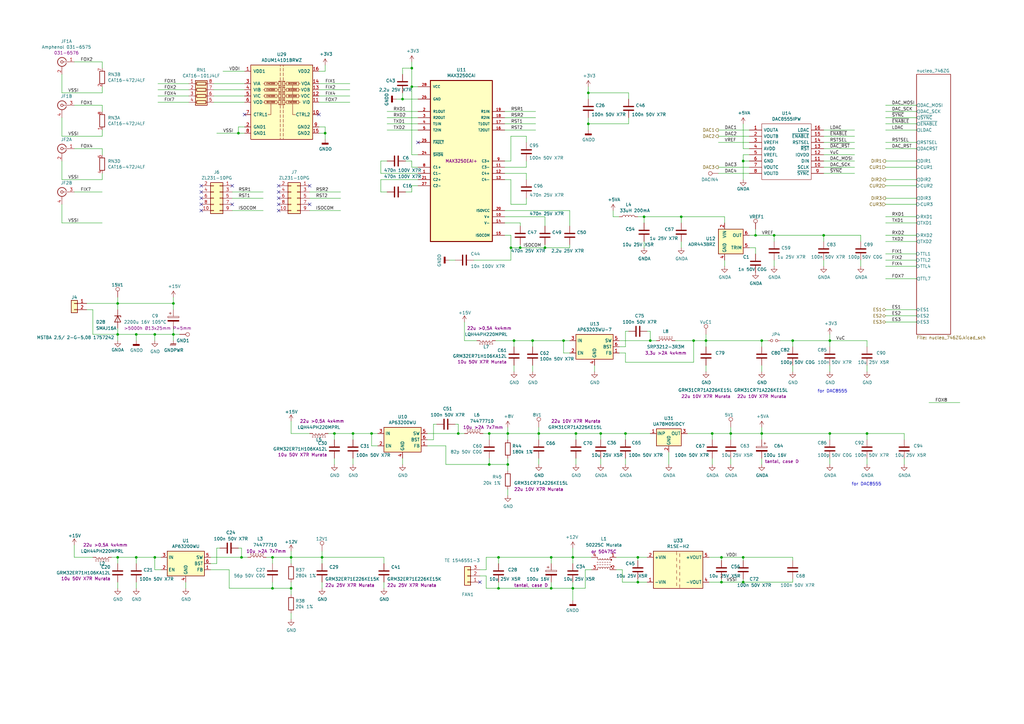
<source format=kicad_sch>
(kicad_sch (version 20230121) (generator eeschema)
  (paper "A3")
  (title_block (title "Compensation coils driver") (date "2022-03-22") (rev "2.0") (company "UMK (NCU) Toruń") (comment 1 "KL FAMO") (comment 2 "design by: mgr inż. Adam Ledziński") (comment 4 "PL: Zasilacz cewek kompensacyjnych (3x3A)"))
  (junction (at 312.42 139.7))
  (junction (at 295.91 238.76))
  (junction (at 152.4 177.8))
  (junction (at 48.26 228.6))
  (junction (at 168.91 35.56))
  (junction (at 200.66 177.8))
  (junction (at 111.76 228.6))
  (junction (at 133.35 54.61))
  (junction (at 48.26 137.16))
  (junction (at 295.91 228.6))
  (junction (at 226.06 228.6))
  (junction (at 48.26 124.46))
  (junction (at 209.55 101.6))
  (junction (at 355.6 177.8))
  (junction (at 292.1 177.8))
  (junction (at 223.52 101.6))
  (junction (at 208.28 177.8))
  (junction (at 304.8 238.76))
  (junction (at 187.96 177.8))
  (junction (at 63.5 228.6))
  (junction (at 220.98 177.8))
  (junction (at 266.7 139.7))
  (junction (at 234.95 228.6))
  (junction (at 99.06 228.6))
  (junction (at 284.48 139.7))
  (junction (at 231.14 139.7))
  (junction (at 241.3 50.8))
  (junction (at 71.12 137.16))
  (junction (at 234.95 241.3))
  (junction (at 325.12 139.7))
  (junction (at 289.56 139.7))
  (junction (at 55.88 228.6))
  (junction (at 97.79 54.61))
  (junction (at 279.4 88.9))
  (junction (at 304.8 228.6))
  (junction (at 226.06 241.3))
  (junction (at 312.42 177.8))
  (junction (at 236.22 177.8))
  (junction (at 71.12 124.46))
  (junction (at 204.47 228.6))
  (junction (at 337.82 96.52))
  (junction (at 119.38 241.3))
  (junction (at 210.82 139.7))
  (junction (at 261.62 228.6))
  (junction (at 204.47 241.3))
  (junction (at 63.5 137.16))
  (junction (at 340.36 139.7))
  (junction (at 241.3 38.1))
  (junction (at 299.72 177.8))
  (junction (at 213.36 101.6))
  (junction (at 246.38 177.8))
  (junction (at 119.38 228.6))
  (junction (at 218.44 139.7))
  (junction (at 144.78 177.8))
  (junction (at 340.36 177.8))
  (junction (at 264.16 88.9))
  (junction (at 256.54 177.8))
  (junction (at 304.8 66.04))
  (junction (at 309.88 96.52))
  (junction (at 111.76 241.3))
  (junction (at 55.88 137.16))
  (junction (at 168.91 27.94))
  (junction (at 165.1 40.64))
  (junction (at 137.16 177.8))
  (junction (at 261.62 238.76))
  (junction (at 200.66 190.5))
  (junction (at 317.5 96.52))
  (junction (at 208.28 190.5))
  (junction (at 132.08 228.6))
  (no_connect (at 95.25 83.82))
  (no_connect (at 82.55 76.2))
  (no_connect (at 114.3 78.74))
  (no_connect (at 82.55 78.74))
  (no_connect (at 127 76.2))
  (no_connect (at 82.55 81.28))
  (no_connect (at 100.33 46.99))
  (no_connect (at 114.3 83.82))
  (no_connect (at 95.25 76.2))
  (no_connect (at 127 83.82))
  (no_connect (at 114.3 86.36))
  (no_connect (at 82.55 86.36))
  (no_connect (at 114.3 76.2))
  (no_connect (at 196.85 238.76))
  (no_connect (at 130.81 46.99))
  (no_connect (at 171.45 58.42))
  (no_connect (at 82.55 83.82))
  (no_connect (at 114.3 81.28))
  (wire (pts (xy 299.72 190.5) (xy 299.72 187.96)))
  (wire (pts (xy 337.82 71.12) (xy 350.52 71.12)))
  (wire (pts (xy 71.12 137.16) (xy 71.12 139.7)))
  (wire (pts (xy 218.44 152.4) (xy 218.44 149.86)))
  (wire (pts (xy 325.12 238.76) (xy 325.12 237.49)))
  (wire (pts (xy 152.4 177.8) (xy 154.94 177.8)))
  (wire (pts (xy 41.91 45.72) (xy 41.91 43.18)))
  (wire (pts (xy 255.27 233.68) (xy 255.27 238.76)))
  (wire (pts (xy 204.47 231.14) (xy 204.47 228.6)))
  (wire (pts (xy 370.84 190.5) (xy 370.84 187.96)))
  (wire (pts (xy 266.7 135.89) (xy 266.7 139.7)))
  (wire (pts (xy 375.92 114.3) (xy 363.22 114.3)))
  (wire (pts (xy 220.98 177.8) (xy 236.22 177.8)))
  (wire (pts (xy 171.45 50.8) (xy 158.75 50.8)))
  (wire (pts (xy 218.44 142.24) (xy 218.44 139.7)))
  (wire (pts (xy 95.25 86.36) (xy 107.95 86.36)))
  (wire (pts (xy 220.98 175.26) (xy 220.98 177.8)))
  (wire (pts (xy 363.22 50.8) (xy 375.92 50.8)))
  (wire (pts (xy 304.8 228.6) (xy 325.12 228.6)))
  (wire (pts (xy 48.26 241.3) (xy 48.26 238.76)))
  (wire (pts (xy 71.12 127) (xy 71.12 124.46)))
  (wire (pts (xy 375.92 99.06) (xy 363.22 99.06)))
  (wire (pts (xy 48.26 137.16) (xy 38.1 137.16)))
  (wire (pts (xy 119.38 241.3) (xy 111.76 241.3)))
  (wire (pts (xy 274.32 190.5) (xy 274.32 185.42)))
  (wire (pts (xy 295.91 238.76) (xy 304.8 238.76)))
  (wire (pts (xy 337.82 60.96) (xy 350.52 60.96)))
  (wire (pts (xy 25.4 91.44) (xy 41.91 91.44)))
  (wire (pts (xy 88.9 224.79) (xy 88.9 231.14)))
  (wire (pts (xy 257.81 38.1) (xy 257.81 40.64)))
  (wire (pts (xy 320.04 139.7) (xy 325.12 139.7)))
  (wire (pts (xy 337.82 99.06) (xy 337.82 96.52)))
  (wire (pts (xy 63.5 137.16) (xy 71.12 137.16)))
  (wire (pts (xy 168.91 25.4) (xy 168.91 27.94)))
  (wire (pts (xy 375.92 91.44) (xy 363.22 91.44)))
  (wire (pts (xy 254 139.7) (xy 266.7 139.7)))
  (wire (pts (xy 256.54 177.8) (xy 266.7 177.8)))
  (wire (pts (xy 234.95 228.6) (xy 234.95 231.14)))
  (wire (pts (xy 209.55 55.88) (xy 215.9 55.88)))
  (wire (pts (xy 48.26 137.16) (xy 48.26 139.7)))
  (wire (pts (xy 168.91 76.2) (xy 171.45 76.2)))
  (wire (pts (xy 234.95 241.3) (xy 240.03 241.3)))
  (wire (pts (xy 209.55 83.82) (xy 215.9 83.82)))
  (wire (pts (xy 168.91 27.94) (xy 165.1 27.94)))
  (wire (pts (xy 171.45 35.56) (xy 168.91 35.56)))
  (wire (pts (xy 132.08 228.6) (xy 157.48 228.6)))
  (wire (pts (xy 25.4 55.88) (xy 41.91 55.88)))
  (wire (pts (xy 370.84 177.8) (xy 370.84 180.34)))
  (wire (pts (xy 264.16 88.9) (xy 264.16 91.44)))
  (wire (pts (xy 134.62 177.8) (xy 137.16 177.8)))
  (wire (pts (xy 71.12 137.16) (xy 71.12 134.62)))
  (wire (pts (xy 236.22 177.8) (xy 236.22 180.34)))
  (wire (pts (xy 209.55 66.04) (xy 209.55 55.88)))
  (wire (pts (xy 304.8 60.96) (xy 304.8 50.8)))
  (wire (pts (xy 241.3 50.8) (xy 241.3 48.26)))
  (wire (pts (xy 264.16 88.9) (xy 279.4 88.9)))
  (wire (pts (xy 210.82 139.7) (xy 218.44 139.7)))
  (wire (pts (xy 355.6 177.8) (xy 370.84 177.8)))
  (wire (pts (xy 86.36 228.6) (xy 99.06 228.6)))
  (wire (pts (xy 48.26 121.92) (xy 48.26 124.46)))
  (wire (pts (xy 130.81 54.61) (xy 133.35 54.61)))
  (wire (pts (xy 199.39 241.3) (xy 204.47 241.3)))
  (wire (pts (xy 393.7 165.1) (xy 381 165.1)))
  (wire (pts (xy 312.42 139.7) (xy 289.56 139.7)))
  (wire (pts (xy 144.78 180.34) (xy 144.78 177.8)))
  (wire (pts (xy 143.51 36.83) (xy 130.81 36.83)))
  (wire (pts (xy 87.63 34.29) (xy 100.33 34.29)))
  (wire (pts (xy 363.22 60.96) (xy 375.92 60.96)))
  (wire (pts (xy 168.91 68.58) (xy 171.45 68.58)))
  (wire (pts (xy 179.07 173.99) (xy 177.8 173.99)))
  (wire (pts (xy 363.22 132.08) (xy 375.92 132.08)))
  (wire (pts (xy 325.12 228.6) (xy 325.12 229.87)))
  (wire (pts (xy 171.45 73.66) (xy 156.21 73.66)))
  (wire (pts (xy 187.96 173.99) (xy 187.96 177.8)))
  (wire (pts (xy 107.95 78.74) (xy 95.25 78.74)))
  (wire (pts (xy 207.01 68.58) (xy 215.9 68.58)))
  (wire (pts (xy 257.81 135.89) (xy 256.54 135.89)))
  (wire (pts (xy 184.15 106.68) (xy 186.69 106.68)))
  (wire (pts (xy 317.5 109.22) (xy 317.5 106.68)))
  (wire (pts (xy 256.54 144.78) (xy 254 144.78)))
  (wire (pts (xy 200.66 180.34) (xy 200.66 177.8)))
  (wire (pts (xy 215.9 55.88) (xy 215.9 58.42)))
  (wire (pts (xy 355.6 152.4) (xy 355.6 149.86)))
  (wire (pts (xy 143.51 41.91) (xy 130.81 41.91)))
  (wire (pts (xy 127 86.36) (xy 139.7 86.36)))
  (wire (pts (xy 166.37 78.74) (xy 168.91 78.74)))
  (wire (pts (xy 48.26 137.16) (xy 48.26 134.62)))
  (wire (pts (xy 109.22 228.6) (xy 111.76 228.6)))
  (wire (pts (xy 204.47 241.3) (xy 204.47 238.76)))
  (wire (pts (xy 363.22 68.58) (xy 375.92 68.58)))
  (wire (pts (xy 325.12 152.4) (xy 325.12 149.86)))
  (wire (pts (xy 77.47 39.37) (xy 64.77 39.37)))
  (wire (pts (xy 375.92 66.04) (xy 363.22 66.04)))
  (wire (pts (xy 156.21 78.74) (xy 158.75 78.74)))
  (wire (pts (xy 63.5 228.6) (xy 66.04 228.6)))
  (wire (pts (xy 77.47 34.29) (xy 64.77 34.29)))
  (wire (pts (xy 199.39 236.22) (xy 196.85 236.22)))
  (wire (pts (xy 337.82 58.42) (xy 350.52 58.42)))
  (wire (pts (xy 213.36 92.71) (xy 213.36 91.44)))
  (wire (pts (xy 200.66 177.8) (xy 208.28 177.8)))
  (wire (pts (xy 312.42 177.8) (xy 299.72 177.8)))
  (wire (pts (xy 111.76 241.3) (xy 111.76 238.76)))
  (wire (pts (xy 207.01 88.9) (xy 223.52 88.9)))
  (wire (pts (xy 289.56 149.86) (xy 289.56 152.4)))
  (wire (pts (xy 157.48 241.3) (xy 157.48 238.76)))
  (wire (pts (xy 233.68 144.78) (xy 231.14 144.78)))
  (wire (pts (xy 41.91 38.1) (xy 41.91 35.56)))
  (wire (pts (xy 241.3 50.8) (xy 257.81 50.8)))
  (wire (pts (xy 45.72 228.6) (xy 48.26 228.6)))
  (wire (pts (xy 309.88 96.52) (xy 317.5 96.52)))
  (wire (pts (xy 289.56 137.16) (xy 289.56 139.7)))
  (wire (pts (xy 208.28 175.26) (xy 208.28 177.8)))
  (wire (pts (xy 209.55 101.6) (xy 213.36 101.6)))
  (wire (pts (xy 30.48 228.6) (xy 38.1 228.6)))
  (wire (pts (xy 218.44 139.7) (xy 231.14 139.7)))
  (wire (pts (xy 337.82 53.34) (xy 350.52 53.34)))
  (wire (pts (xy 353.06 96.52) (xy 337.82 96.52)))
  (wire (pts (xy 240.03 233.68) (xy 242.57 233.68)))
  (wire (pts (xy 209.55 73.66) (xy 209.55 83.82)))
  (wire (pts (xy 279.4 91.44) (xy 279.4 88.9)))
  (wire (pts (xy 41.91 25.4) (xy 30.48 25.4)))
  (wire (pts (xy 290.83 238.76) (xy 295.91 238.76)))
  (wire (pts (xy 337.82 55.88) (xy 350.52 55.88)))
  (wire (pts (xy 48.26 137.16) (xy 55.88 137.16)))
  (wire (pts (xy 294.64 53.34) (xy 307.34 53.34)))
  (wire (pts (xy 166.37 66.04) (xy 168.91 66.04)))
  (wire (pts (xy 87.63 41.91) (xy 100.33 41.91)))
  (wire (pts (xy 198.12 177.8) (xy 200.66 177.8)))
  (wire (pts (xy 294.64 55.88) (xy 307.34 55.88)))
  (wire (pts (xy 208.28 180.34) (xy 208.28 177.8)))
  (wire (pts (xy 171.45 45.72) (xy 158.75 45.72)))
  (wire (pts (xy 119.38 254) (xy 119.38 251.46)))
  (wire (pts (xy 107.95 81.28) (xy 95.25 81.28)))
  (wire (pts (xy 299.72 180.34) (xy 299.72 177.8)))
  (wire (pts (xy 307.34 96.52) (xy 309.88 96.52)))
  (wire (pts (xy 307.34 60.96) (xy 304.8 60.96)))
  (wire (pts (xy 175.26 177.8) (xy 187.96 177.8)))
  (wire (pts (xy 375.92 104.14) (xy 363.22 104.14)))
  (wire (pts (xy 93.98 233.68) (xy 86.36 233.68)))
  (wire (pts (xy 208.28 203.2) (xy 208.28 200.66)))
  (wire (pts (xy 292.1 177.8) (xy 281.94 177.8)))
  (wire (pts (xy 294.64 71.12) (xy 307.34 71.12)))
  (wire (pts (xy 87.63 36.83) (xy 100.33 36.83)))
  (wire (pts (xy 363.22 53.34) (xy 375.92 53.34)))
  (wire (pts (xy 289.56 139.7) (xy 289.56 142.24)))
  (wire (pts (xy 207.01 96.52) (xy 209.55 96.52)))
  (wire (pts (xy 215.9 83.82) (xy 215.9 81.28)))
  (wire (pts (xy 165.1 190.5) (xy 165.1 187.96)))
  (wire (pts (xy 304.8 229.87) (xy 304.8 228.6)))
  (wire (pts (xy 234.95 224.79) (xy 234.95 228.6)))
  (wire (pts (xy 156.21 73.66) (xy 156.21 78.74)))
  (wire (pts (xy 213.36 101.6) (xy 223.52 101.6)))
  (wire (pts (xy 234.95 228.6) (xy 226.06 228.6)))
  (wire (pts (xy 41.91 73.66) (xy 41.91 71.12)))
  (wire (pts (xy 375.92 81.28) (xy 363.22 81.28)))
  (wire (pts (xy 99.06 224.79) (xy 99.06 228.6)))
  (wire (pts (xy 292.1 190.5) (xy 292.1 187.96)))
  (wire (pts (xy 215.9 71.12) (xy 207.01 71.12)))
  (wire (pts (xy 234.95 241.3) (xy 234.95 246.38)))
  (wire (pts (xy 55.88 139.7) (xy 55.88 137.16)))
  (wire (pts (xy 171.45 71.12) (xy 156.21 71.12)))
  (wire (pts (xy 243.84 152.4) (xy 243.84 149.86)))
  (wire (pts (xy 284.48 148.59) (xy 284.48 139.7)))
  (wire (pts (xy 261.62 237.49) (xy 261.62 238.76)))
  (wire (pts (xy 265.43 228.6) (xy 261.62 228.6)))
  (wire (pts (xy 88.9 54.61) (xy 97.79 54.61)))
  (wire (pts (xy 337.82 96.52) (xy 317.5 96.52)))
  (wire (pts (xy 177.8 173.99) (xy 177.8 180.34)))
  (wire (pts (xy 210.82 142.24) (xy 210.82 139.7)))
  (wire (pts (xy 139.7 78.74) (xy 127 78.74)))
  (wire (pts (xy 71.12 124.46) (xy 48.26 124.46)))
  (wire (pts (xy 63.5 139.7) (xy 63.5 137.16)))
  (wire (pts (xy 363.22 127) (xy 375.92 127)))
  (wire (pts (xy 309.88 93.98) (xy 309.88 96.52)))
  (wire (pts (xy 220.98 187.96) (xy 220.98 190.5)))
  (wire (pts (xy 304.8 237.49) (xy 304.8 238.76)))
  (wire (pts (xy 337.82 66.04) (xy 350.52 66.04)))
  (wire (pts (xy 190.5 139.7) (xy 190.5 132.08)))
  (wire (pts (xy 97.79 54.61) (xy 100.33 54.61)))
  (wire (pts (xy 266.7 135.89) (xy 265.43 135.89)))
  (wire (pts (xy 257.81 50.8) (xy 257.81 48.26)))
  (wire (pts (xy 304.8 66.04) (xy 307.34 66.04)))
  (wire (pts (xy 231.14 144.78) (xy 231.14 139.7)))
  (wire (pts (xy 171.45 40.64) (xy 165.1 40.64)))
  (wire (pts (xy 219.71 48.26) (xy 207.01 48.26)))
  (wire (pts (xy 133.35 52.07) (xy 133.35 54.61)))
  (wire (pts (xy 55.88 241.3) (xy 55.88 238.76)))
  (wire (pts (xy 132.08 238.76) (xy 132.08 241.3)))
  (wire (pts (xy 340.36 177.8) (xy 355.6 177.8)))
  (wire (pts (xy 240.03 241.3) (xy 240.03 233.68)))
  (wire (pts (xy 130.81 29.21) (xy 133.35 29.21)))
  (wire (pts (xy 241.3 53.34) (xy 241.3 50.8)))
  (wire (pts (xy 152.4 182.88) (xy 152.4 177.8)))
  (wire (pts (xy 213.36 91.44) (xy 207.01 91.44)))
  (wire (pts (xy 337.82 109.22) (xy 337.82 106.68)))
  (wire (pts (xy 208.28 193.04) (xy 208.28 190.5)))
  (wire (pts (xy 295.91 229.87) (xy 295.91 228.6)))
  (wire (pts (xy 194.31 106.68) (xy 209.55 106.68)))
  (wire (pts (xy 209.55 96.52) (xy 209.55 101.6)))
  (wire (pts (xy 246.38 190.5) (xy 246.38 187.96)))
  (wire (pts (xy 220.98 177.8) (xy 220.98 180.34)))
  (wire (pts (xy 77.47 41.91) (xy 64.77 41.91)))
  (wire (pts (xy 261.62 228.6) (xy 261.62 229.87)))
  (wire (pts (xy 168.91 35.56) (xy 168.91 27.94)))
  (wire (pts (xy 304.8 63.5) (xy 304.8 66.04)))
  (wire (pts (xy 200.66 190.5) (xy 200.66 187.96)))
  (wire (pts (xy 236.22 190.5) (xy 236.22 187.96)))
  (wire (pts (xy 355.6 142.24) (xy 355.6 139.7)))
  (wire (pts (xy 363.22 58.42) (xy 375.92 58.42)))
  (wire (pts (xy 223.52 101.6) (xy 233.68 101.6)))
  (wire (pts (xy 297.18 109.22) (xy 297.18 106.68)))
  (wire (pts (xy 35.56 124.46) (xy 48.26 124.46)))
  (wire (pts (xy 279.4 101.6) (xy 279.4 99.06)))
  (wire (pts (xy 256.54 135.89) (xy 256.54 142.24)))
  (wire (pts (xy 190.5 177.8) (xy 187.96 177.8)))
  (wire (pts (xy 246.38 177.8) (xy 256.54 177.8)))
  (wire (pts (xy 355.6 177.8) (xy 355.6 180.34)))
  (wire (pts (xy 165.1 40.64) (xy 165.1 38.1)))
  (wire (pts (xy 325.12 142.24) (xy 325.12 139.7)))
  (wire (pts (xy 48.26 127) (xy 48.26 124.46)))
  (wire (pts (xy 297.18 88.9) (xy 297.18 91.44)))
  (wire (pts (xy 312.42 152.4) (xy 312.42 149.86)))
  (wire (pts (xy 375.92 109.22) (xy 363.22 109.22)))
  (wire (pts (xy 48.26 231.14) (xy 48.26 228.6)))
  (wire (pts (xy 63.5 233.68) (xy 63.5 228.6)))
  (wire (pts (xy 199.39 233.68) (xy 199.39 228.6)))
  (wire (pts (xy 264.16 101.6) (xy 264.16 99.06)))
  (wire (pts (xy 215.9 68.58) (xy 215.9 66.04)))
  (wire (pts (xy 55.88 137.16) (xy 63.5 137.16)))
  (wire (pts (xy 119.38 177.8) (xy 127 177.8)))
  (wire (pts (xy 256.54 142.24) (xy 254 142.24)))
  (wire (pts (xy 295.91 228.6) (xy 304.8 228.6)))
  (wire (pts (xy 209.55 106.68) (xy 209.55 101.6)))
  (wire (pts (xy 171.45 48.26) (xy 158.75 48.26)))
  (wire (pts (xy 144.78 177.8) (xy 152.4 177.8)))
  (wire (pts (xy 226.06 231.14) (xy 226.06 228.6)))
  (wire (pts (xy 133.35 54.61) (xy 133.35 57.15)))
  (wire (pts (xy 203.2 139.7) (xy 210.82 139.7)))
  (wire (pts (xy 208.28 190.5) (xy 208.28 187.96)))
  (wire (pts (xy 171.45 63.5) (xy 168.91 63.5)))
  (wire (pts (xy 207.01 66.04) (xy 209.55 66.04)))
  (wire (pts (xy 48.26 228.6) (xy 55.88 228.6)))
  (wire (pts (xy 219.71 53.34) (xy 207.01 53.34)))
  (wire (pts (xy 55.88 228.6) (xy 63.5 228.6)))
  (wire (pts (xy 90.17 224.79) (xy 88.9 224.79)))
  (wire (pts (xy 312.42 139.7) (xy 312.42 142.24)))
  (wire (pts (xy 269.24 139.7) (xy 266.7 139.7)))
  (wire (pts (xy 93.98 241.3) (xy 93.98 233.68)))
  (wire (pts (xy 99.06 224.79) (xy 97.79 224.79)))
  (wire (pts (xy 119.38 228.6) (xy 132.08 228.6)))
  (wire (pts (xy 133.35 29.21) (xy 133.35 26.67)))
  (wire (pts (xy 233.68 86.36) (xy 233.68 92.71)))
  (wire (pts (xy 210.82 152.4) (xy 210.82 149.86)))
  (wire (pts (xy 363.22 129.54) (xy 375.92 129.54)))
  (wire (pts (xy 226.06 241.3) (xy 226.06 238.76)))
  (wire (pts (xy 312.42 190.5) (xy 312.42 187.96)))
  (wire (pts (xy 41.91 78.74) (xy 30.48 78.74)))
  (wire (pts (xy 215.9 73.66) (xy 215.9 71.12)))
  (wire (pts (xy 207.01 86.36) (xy 233.68 86.36)))
  (wire (pts (xy 304.8 66.04) (xy 304.8 73.66)))
  (wire (pts (xy 363.22 83.82) (xy 375.92 83.82)))
  (wire (pts (xy 55.88 231.14) (xy 55.88 228.6)))
  (wire (pts (xy 340.36 139.7) (xy 355.6 139.7)))
  (wire (pts (xy 38.1 137.16) (xy 38.1 127)))
  (wire (pts (xy 299.72 175.26) (xy 299.72 177.8)))
  (wire (pts (xy 312.42 139.7) (xy 314.96 139.7)))
  (wire (pts (xy 294.64 58.42) (xy 307.34 58.42)))
  (wire (pts (xy 375.92 73.66) (xy 363.22 73.66)))
  (wire (pts (xy 25.4 48.26) (xy 25.4 55.88)))
  (wire (pts (xy 130.81 52.07) (xy 133.35 52.07)))
  (wire (pts (xy 294.64 68.58) (xy 307.34 68.58)))
  (wire (pts (xy 156.21 71.12) (xy 156.21 66.04)))
  (wire (pts (xy 241.3 38.1) (xy 257.81 38.1)))
  (wire (pts (xy 187.96 173.99) (xy 186.69 173.99)))
  (wire (pts (xy 375.92 88.9) (xy 363.22 88.9)))
  (wire (pts (xy 290.83 228.6) (xy 295.91 228.6)))
  (wire (pts (xy 337.82 63.5) (xy 350.52 63.5)))
  (wire (pts (xy 41.91 27.94) (xy 41.91 25.4)))
  (wire (pts (xy 234.95 241.3) (xy 234.95 238.76)))
  (wire (pts (xy 312.42 177.8) (xy 312.42 175.26)))
  (wire (pts (xy 168.91 63.5) (xy 168.91 35.56)))
  (wire (pts (xy 25.4 38.1) (xy 41.91 38.1)))
  (wire (pts (xy 88.9 231.14) (xy 86.36 231.14)))
  (wire (pts (xy 340.36 142.24) (xy 340.36 139.7)))
  (wire (pts (xy 77.47 36.83) (xy 64.77 36.83)))
  (wire (pts (xy 168.91 78.74) (xy 168.91 76.2)))
  (wire (pts (xy 132.08 226.06) (xy 132.08 228.6)))
  (wire (pts (xy 375.92 106.68) (xy 363.22 106.68)))
  (wire (pts (xy 139.7 81.28) (xy 127 81.28)))
  (wire (pts (xy 25.4 83.82) (xy 25.4 91.44)))
  (wire (pts (xy 256.54 144.78) (xy 256.54 148.59)))
  (wire (pts (xy 156.21 66.04) (xy 158.75 66.04)))
  (wire (pts (xy 199.39 228.6) (xy 204.47 228.6)))
  (wire (pts (xy 292.1 180.34) (xy 292.1 177.8)))
  (wire (pts (xy 119.38 243.84) (xy 119.38 241.3)))
  (wire (pts (xy 312.42 180.34) (xy 312.42 177.8)))
  (wire (pts (xy 295.91 237.49) (xy 295.91 238.76)))
  (wire (pts (xy 261.62 238.76) (xy 265.43 238.76)))
  (wire (pts (xy 251.46 88.9) (xy 251.46 86.36)))
  (wire (pts (xy 255.27 238.76) (xy 261.62 238.76)))
  (wire (pts (xy 246.38 177.8) (xy 246.38 180.34)))
  (wire (pts (xy 137.16 177.8) (xy 144.78 177.8)))
  (wire (pts (xy 119.38 177.8) (xy 119.38 172.72)))
  (wire (pts (xy 241.3 38.1) (xy 241.3 40.64)))
  (wire (pts (xy 111.76 241.3) (xy 93.98 241.3)))
  (wire (pts (xy 289.56 139.7) (xy 284.48 139.7)))
  (wire (pts (xy 200.66 190.5) (xy 182.88 190.5)))
  (wire (pts (xy 340.36 152.4) (xy 340.36 149.86)))
  (wire (pts (xy 66.04 233.68) (xy 63.5 233.68)))
  (wire (pts (xy 119.38 226.06) (xy 119.38 228.6)))
  (wire (pts (xy 252.73 228.6) (xy 261.62 228.6)))
  (wire (pts (xy 233.68 101.6) (xy 233.68 100.33)))
  (wire (pts (xy 307.34 63.5) (xy 304.8 63.5)))
  (wire (pts (xy 165.1 40.64) (xy 162.56 40.64)))
  (wire (pts (xy 41.91 55.88) (xy 41.91 53.34)))
  (wire (pts (xy 87.63 39.37) (xy 100.33 39.37)))
  (wire (pts (xy 325.12 139.7) (xy 340.36 139.7)))
  (wire (pts (xy 337.82 68.58) (xy 350.52 68.58)))
  (wire (pts (xy 182.88 182.88) (xy 175.26 182.88)))
  (wire (pts (xy 353.06 99.06) (xy 353.06 96.52)))
  (wire (pts (xy 143.51 39.37) (xy 130.81 39.37)))
  (wire (pts (xy 234.95 228.6) (xy 242.57 228.6)))
  (wire (pts (xy 355.6 190.5) (xy 355.6 187.96)))
  (wire (pts (xy 363.22 45.72) (xy 375.92 45.72)))
  (wire (pts (xy 256.54 190.5) (xy 256.54 187.96)))
  (wire (pts (xy 223.52 88.9) (xy 223.52 92.71)))
  (wire (pts (xy 25.4 73.66) (xy 41.91 73.66)))
  (wire (pts (xy 137.16 190.5) (xy 137.16 187.96)))
  (wire (pts (xy 119.38 231.14) (xy 119.38 228.6)))
  (wire (pts (xy 41.91 43.18) (xy 30.48 43.18)))
  (wire (pts (xy 304.8 238.76) (xy 325.12 238.76)))
  (wire (pts (xy 100.33 52.07) (xy 97.79 52.07)))
  (wire (pts (xy 340.36 190.5) (xy 340.36 187.96)))
  (wire (pts (xy 76.2 241.3) (xy 76.2 238.76)))
  (wire (pts (xy 276.86 139.7) (xy 284.48 139.7)))
  (wire (pts (xy 312.42 177.8) (xy 340.36 177.8)))
  (wire (pts (xy 309.88 101.6) (xy 307.34 101.6)))
  (wire (pts (xy 25.4 66.04) (xy 25.4 73.66)))
  (wire (pts (xy 204.47 241.3) (xy 226.06 241.3)))
  (wire (pts (xy 101.6 228.6) (xy 99.06 228.6)))
  (wire (pts (xy 363.22 43.18) (xy 375.92 43.18)))
  (wire (pts (xy 353.06 109.22) (xy 353.06 106.68)))
  (wire (pts (xy 234.95 241.3) (xy 226.06 241.3)))
  (wire (pts (xy 251.46 88.9) (xy 254 88.9)))
  (wire (pts (xy 199.39 236.22) (xy 199.39 241.3)))
  (wire (pts (xy 204.47 228.6) (xy 226.06 228.6)))
  (wire (pts (xy 157.48 228.6) (xy 157.48 231.14)))
  (wire (pts (xy 256.54 148.59) (xy 284.48 148.59)))
  (wire (pts (xy 375.92 96.52) (xy 363.22 96.52)))
  (wire (pts (xy 261.62 88.9) (xy 264.16 88.9)))
  (wire (pts (xy 144.78 190.5) (xy 144.78 187.96)))
  (wire (pts (xy 231.14 139.7) (xy 233.68 139.7)))
  (wire (pts (xy 241.3 38.1) (xy 241.3 35.56)))
  (wire (pts (xy 25.4 30.48) (xy 25.4 38.1)))
  (wire (pts (xy 73.66 137.16) (xy 71.12 137.16)))
  (wire (pts (xy 223.52 101.6) (xy 223.52 100.33)))
  (wire (pts (xy 41.91 60.96) (xy 30.48 60.96)))
  (wire (pts (xy 340.36 139.7) (xy 340.36 137.16)))
  (wire (pts (xy 111.76 231.14) (xy 111.76 228.6)))
  (wire (pts (xy 38.1 127) (xy 35.56 127)))
  (wire (pts (xy 177.8 180.34) (xy 175.26 180.34)))
  (wire (pts (xy 363.22 76.2) (xy 375.92 76.2)))
  (wire (pts (xy 168.91 66.04) (xy 168.91 68.58)))
  (wire (pts (xy 196.85 233.68) (xy 199.39 233.68)))
  (wire (pts (xy 246.38 177.8) (xy 236.22 177.8)))
  (wire (pts (xy 71.12 124.46) (xy 71.12 121.92)))
  (wire (pts (xy 143.51 34.29) (xy 130.81 34.29)))
  (wire (pts (xy 363.22 48.26) (xy 375.92 48.26)))
  (wire (pts (xy 154.94 182.88) (xy 152.4 182.88)))
  (wire (pts (xy 256.54 177.8) (xy 256.54 180.34)))
  (wire (pts (xy 97.79 52.07) (xy 97.79 54.61)))
  (wire (pts (xy 137.16 180.34) (xy 137.16 177.8)))
  (wire (pts (xy 91.44 29.21) (xy 100.33 29.21)))
  (wire (pts (xy 30.48 228.6) (xy 30.48 223.52)))
  (wire (pts (xy 41.91 63.5) (xy 41.91 60.96)))
  (wire (pts (xy 165.1 27.94) (xy 165.1 30.48)))
  (wire (pts (xy 213.36 101.6) (xy 213.36 100.33)))
  (wire (pts (xy 119.38 241.3) (xy 119.38 238.76)))
  (wire (pts (xy 208.28 177.8) (xy 220.98 177.8)))
  (wire (pts (xy 340.36 177.8) (xy 340.36 180.34)))
  (wire (pts (xy 309.88 104.14) (xy 309.88 101.6)))
  (wire (pts (xy 182.88 190.5) (xy 182.88 182.88)))
  (wire (pts (xy 208.28 190.5) (xy 200.66 190.5)))
  (wire (pts (xy 111.76 228.6) (xy 119.38 228.6)))
  (wire (pts (xy 279.4 88.9) (xy 297.18 88.9)))
  (wire (pts (xy 219.71 45.72) (xy 207.01 45.72)))
  (wire (pts (xy 317.5 96.52) (xy 317.5 99.06)))
  (wire (pts (xy 299.72 177.8) (xy 292.1 177.8)))
  (wire (pts (xy 171.45 53.34) (xy 158.75 53.34)))
  (wire (pts (xy 207.01 73.66) (xy 209.55 73.66)))
  (wire (pts (xy 190.5 139.7) (xy 195.58 139.7)))
  (wire (pts (xy 219.71 50.8) (xy 207.01 50.8)))
  (wire (pts (xy 132.08 228.6) (xy 132.08 231.14)))
  (wire (pts (xy 252.73 233.68) (xy 255.27 233.68)))
  (text "for DAC8555" (at 335.28 161.29 0) (effects (font (size 1.27 1.27)) (justify left bottom)))
  (text "for DAC8555" (at 349.25 199.39 0) (effects (font (size 1.27 1.27)) (justify left bottom)))
  (label "~{SYNC}" (at 340.36 71.12 0))
  (label "VSSI" (at 27.94 55.88 0))
  (label "FOX1" (at 33.02 43.18 0))
  (label "RSTSEL" (at 365.76 58.42 0))
  (label "DAC2" (at 297.18 55.88 0))
  (label "LDAC" (at 340.36 53.34 0))
  (label "RSR2" (at 209.55 48.26 0))
  (label "FIX1" (at 365.76 104.14 0))
  (label "VSSI" (at 27.94 38.1 0))
  (label "FOX2" (at 67.31 36.83 0))
  (label "RSR1" (at 97.79 78.74 0))
  (label "RSR2" (at 129.54 78.74 0))
  (label "ISOCOM" (at 97.79 86.36 0))
  (label "VDDI" (at 93.98 29.21 0))
  (label "TXD2" (at 161.29 53.34 0))
  (label "FIX2" (at 365.76 106.68 0))
  (label "FOX7" (at 133.35 41.91 0))
  (label "TXD2" (at 365.76 99.06 0))
  (label "RXD2" (at 161.29 48.26 0))
  (label "ISOCOM" (at 129.54 86.36 0))
  (label "VSSI" (at 27.94 73.66 0))
  (label "RST1" (at 97.79 81.28 0))
  (label "VDDI" (at 302.26 228.6 180))
  (label "FOX4" (at 33.02 60.96 0))
  (label "VSSI" (at 91.44 54.61 0))
  (label "VSSI" (at 302.26 238.76 180))
  (label "DAC_SCK" (at 340.36 68.58 0))
  (label "DAC3" (at 297.18 68.58 0))
  (label "DAC_SCK" (at 365.76 45.72 0))
  (label "TXD1" (at 365.76 91.44 0))
  (label "ES1" (at 365.76 127 0))
  (label "VuC" (at 340.36 63.5 0))
  (label "FIX4" (at 365.76 109.22 0))
  (label "VuC" (at 342.9 139.7 0))
  (label "FOX2" (at 33.02 25.4 0))
  (label "LDAC" (at 365.76 53.34 0))
  (label "FIX1" (at 133.35 34.29 0))
  (label "FIX4" (at 133.35 39.37 0))
  (label "FOX8" (at 383.54 165.1 0))
  (label "FIX7" (at 33.02 78.74 0))
  (label "DAC1" (at 297.18 53.34 0))
  (label "RXD1" (at 161.29 45.72 0))
  (label "RST1" (at 209.55 50.8 0))
  (label "RXD1" (at 365.76 88.9 0))
  (label "DAC_MOSI" (at 365.76 43.18 0))
  (label "RST2" (at 209.55 53.34 0))
  (label "ES2" (at 365.76 129.54 0))
  (label "FIX7" (at 67.31 41.91 0))
  (label "ISOCOM" (at 214.63 101.6 0))
  (label "VSSI" (at 27.94 91.44 0))
  (label "RST2" (at 129.54 81.28 0))
  (label "VREF" (at 297.18 58.42 0))
  (label "~{ENABLE}" (at 365.76 50.8 0))
  (label "~{SYNC}" (at 365.76 48.26 0))
  (label "FOX4" (at 67.31 39.37 0))
  (label "FOX7" (at 365.76 114.3 0))
  (label "~{ENABLE}" (at 340.36 55.88 0))
  (label "FIX2" (at 133.35 36.83 0))
  (label "FOX1" (at 67.31 34.29 0))
  (label "~{DAC_RST}" (at 340.36 60.96 0))
  (label "ES3" (at 365.76 132.08 0))
  (label "RSR1" (at 209.55 45.72 0))
  (label "RXD2" (at 365.76 96.52 0))
  (label "TXD1" (at 161.29 50.8 0))
  (label "DAC_MOSI" (at 340.36 66.04 0))
  (label "DAC4" (at 297.18 71.12 0))
  (label "VREF" (at 312.42 96.52 0))
  (label "RSTSEL" (at 340.36 58.42 0))
  (label "DAC_RST" (at 365.76 60.96 0))
  (hierarchical_label "CUR3" (shape input) (at 363.22 83.82 180))
  (hierarchical_label "DAC3" (shape output) (at 294.64 68.58 180))
  (hierarchical_label "DAC1" (shape output) (at 294.64 53.34 180))
  (hierarchical_label "CUR2" (shape input) (at 363.22 76.2 180))
  (hierarchical_label "ES3" (shape bidirectional) (at 363.22 132.08 180))
  (hierarchical_label "DIR2" (shape output) (at 363.22 73.66 180))
  (hierarchical_label "CUR1" (shape input) (at 363.22 68.58 180))
  (hierarchical_label "DIR1" (shape output) (at 363.22 66.04 180))
  (hierarchical_label "DAC2" (shape output) (at 294.64 55.88 180))
  (hierarchical_label "ES1" (shape bidirectional) (at 363.22 127 180))
  (hierarchical_label "ES2" (shape bidirectional) (at 363.22 129.54 180))
  (hierarchical_label "DIR3" (shape output) (at 363.22 81.28 180))
  (symbol (lib_id "power:GNDA") (at 256.54 190.5 0) (unit 1)
    (property "Reference" "#PWR0107" (effects hide))
    (property "Value" "GNDA" (at 256.667 194.9958 0))
  )
  (symbol (lib_id "power:GNDA") (at 292.1 190.5 0) (unit 1)
    (property "Reference" "#PWR0115" (effects hide))
    (property "Value" "GNDA" (at 292.227 194.9958 0))
  )
  (symbol (lib_id "Connector_Generic:Conn_01x03") (at 191.77 236.22 180) (unit 1)
    (property "Reference" "FAN1" (at 194.31 243.84 0) (effects (justify left)))
    (property "Value" "TE 1546551-3" (at 196.85 229.87 0) (effects (justify left)))
    (property "Footprint" "TerminalBlock_4UCON:TerminalBlock_4UCON_19963_03x3.5mm_Straight" (effects hide))
  )
  (symbol (lib_id "power:+12V") (at 234.95 224.79 0) (mirror y) (unit 1)
    (property "Reference" "#PWR0124" (effects hide))
    (property "Value" "+12V" (at 234.569 220.2942 0))
  )
  (symbol (lib_id "Connector:Conn_Coaxial_x2_Isolated") (at 25.4 60.96 0) (mirror y) (unit 1)
    (property "Reference" "JF2" (at 27.2542 57.2262 0))
    (property "Value" "Amphenol 031-6575" (effects hide))
    (property "Footprint" "Connector_Coaxial:BNC_Amphenol_031-6575_Horizontal" (effects hide))
    (property "Datasheet" " ~" (effects hide))
    (property "Comm" "031-6576" (effects hide))
  )
  (symbol (lib_id "Connector:Conn_Coaxial_x2_Isolated") (at 25.4 78.74 0) (mirror y) (unit 2)
    (property "Reference" "JF2" (at 27.2542 75.0062 0))
    (property "Value" "Amphenol 031-6575" (effects hide))
    (property "Footprint" "Connector_Coaxial:BNC_Amphenol_031-6575_Horizontal" (effects hide))
    (property "Datasheet" " ~" (effects hide))
    (property "Comm" "031-6576" (effects hide))
  )
  (symbol (lib_id "control7-rescue:CP-Device") (at 226.06 234.95 0) (unit 1)
    (property "Reference" "C19" (at 217.17 233.68 0) (effects (justify left)))
    (property "Value" "100u 16V" (at 215.9 237.49 0) (effects (justify left)))
    (property "Footprint" "Capacitors_Tantalum_SMD:CP_Tantalum_Case-D_EIA-7343-31_Reflow" (effects hide))
    (property "Comm" "tantal, case D" (at 210.82 240.03 0) (effects (justify left)))
  )
  (symbol (lib_id "control7-rescue:+3.3V-power") (at 168.91 25.4 0) (unit 1)
    (property "Reference" "#PWR032" (effects hide))
    (property "Value" "+3.3V" (at 169.291 20.9042 0))
  )
  (symbol (lib_id "control7-rescue:L_Core_Ferrite_Coupled_1423-Device") (at 247.65 231.14 0) (mirror y) (unit 1)
    (property "Reference" "L1" (at 247.65 220.98 0))
    (property "Value" "50225C Murata" (at 247.65 223.52 0))
    (property "Footprint" "ff_lib:L_CommonMode_Murata_5000" (effects hide))
    (property "Datasheet" "https://www.murata-ps.com/pub/data/magnetics/kmp_5000c.pdf" (effects hide))
    (property "Comm" "or 50475C" (at 247.65 226.2378 0))
  )
  (symbol (lib_id "Device:C") (at 190.5 106.68 270) (mirror x) (unit 1)
    (property "Reference" "C44" (at 193.04 104.14 90) (effects (justify left)))
    (property "Value" "10n 100V X7R" (at 193.04 109.22 90) (effects (justify left)))
    (property "Footprint" "Capacitors_SMD:C_0805" (effects hide))
  )
  (symbol (lib_id "power:GNDD") (at 184.15 106.68 270) (unit 1)
    (property "Reference" "#PWR057" (effects hide))
    (property "Value" "GNDD" (at 180.1876 106.807 0))
  )
  (symbol (lib_id "power:+8V") (at 208.28 175.26 0) (unit 1)
    (property "Reference" "#PWR060" (effects hide))
    (property "Value" "+8V" (at 208.661 170.7642 0))
  )
  (symbol (lib_id "power:GNDD") (at 241.3 53.34 0) (unit 1)
    (property "Reference" "#PWR056" (effects hide))
    (property "Value" "GNDD" (at 241.427 57.3024 0))
  )
  (symbol (lib_id "power:GNDA") (at 317.5 109.22 0) (unit 1)
    (property "Reference" "#PWR070" (effects hide))
    (property "Value" "GNDA" (at 317.627 113.7158 0))
  )
  (symbol (lib_id "power:GNDA") (at 264.16 101.6 0) (unit 1)
    (property "Reference" "#PWR062" (effects hide))
    (property "Value" "GNDA" (at 264.287 106.0958 0))
  )
  (symbol (lib_id "power:GNDA") (at 309.88 111.76 0) (unit 1)
    (property "Reference" "#PWR03" (effects hide))
    (property "Value" "GNDA" (at 310.007 116.2558 0))
  )
  (symbol (lib_id "Connector:TestPoint") (at 294.64 71.12 90) (unit 1)
    (property "Reference" "DACIN4" (at 294.64 73.66 90) (effects (justify left)))
    (property "Value" "TestPoint" (effects hide))
    (property "Footprint" "Connectors_TestPoints:Test_Point_THTPad_1.5x1.5mm_Drill0.7mm" (effects hide))
  )
  (symbol (lib_id "Device:C") (at 337.82 102.87 0) (unit 1)
    (property "Reference" "C83" (at 342.9 100.33 0) (effects (justify right)))
    (property "Value" "100n 50V X7R" (at 346.71 105.41 0) (effects (justify right)))
    (property "Footprint" "Capacitors_SMD:C_0603" (effects hide))
  )
  (symbol (lib_id "Regulator_Switching:AP63205WU") (at 165.1 180.34 0) (unit 1)
    (property "Reference" "U10" (at 165.1 170.942 0))
    (property "Value" "AP63200WU" (at 165.1 173.3042 0))
    (property "Footprint" "Package_TO_SOT_SMD:TSOT-23-6" (effects hide))
    (property "Datasheet" "https://www.diodes.com/assets/Datasheets/AP63200-AP63201-AP63203-AP63205.pdf" (effects hide))
    (property "Comm" "AP63201WU" (effects hide))
  )
  (symbol (lib_id "power:GND") (at 137.16 190.5 0) (unit 1)
    (property "Reference" "#PWR048" (effects hide))
    (property "Value" "GND" (at 137.287 194.9958 0))
  )
  (symbol (lib_id "Device:C") (at 182.88 173.99 270) (unit 1)
    (property "Reference" "C51" (at 181.61 167.64 90) (effects (justify left)))
    (property "Value" "100n 50V X7R" (at 176.53 170.18 90) (effects (justify left)))
    (property "Footprint" "Capacitors_SMD:C_0603" (effects hide))
  )
  (symbol (lib_id "Device:C") (at 236.22 184.15 0) (unit 1)
    (property "Reference" "C70" (at 239.141 181.7878 0) (effects (justify left)))
    (property "Value" "GRM31CR71A226KE15L" (at 224.79 175.26 0) (effects (justify left)))
    (property "Footprint" "Capacitors_SMD:C_1206" (effects hide))
    (property "Comm" "22u 10V X7R Murata" (at 226.06 172.72 0) (effects (justify left)))
  )
  (symbol (lib_id "power:GND") (at 220.98 190.5 0) (unit 1)
    (property "Reference" "#PWR077" (effects hide))
    (property "Value" "GND" (at 221.107 194.9958 0))
  )
  (symbol (lib_id "Device:C") (at 200.66 184.15 0) (mirror y) (unit 1)
    (property "Reference" "C60" (at 197.739 182.9562 0) (effects (justify left)))
    (property "Value" "82p 50V C0G" (at 197.739 185.3184 0) (effects (justify left)))
    (property "Footprint" "Capacitors_SMD:C_0603" (effects hide))
  )
  (symbol (lib_id "power:GND") (at 63.5 139.7 0) (unit 1)
    (property "Reference" "#PWR0102" (effects hide))
    (property "Value" "GND" (at 63.627 144.1958 0))
  )
  (symbol (lib_id "Connector_Generic:Conn_01x02") (at 30.48 124.46 0) (mirror y) (unit 1)
    (property "Reference" "J4" (at 30.48 121.92 0))
    (property "Value" " MSTBA 2,5/ 2-G-5,08 1757242" (at 30.48 138.43 0))
    (property "Footprint" "Connectors_Phoenix:PhoenixContact_MSTBA-G_02x5.08mm_Angled" (effects hide))
    (property "Vendor" "Adam Tech, TE Connectivity, Xinya, Ninigi" (effects hide))
  )
  (symbol (lib_id "power:GNDA") (at 353.06 109.22 0) (unit 1)
    (property "Reference" "#PWR091" (effects hide))
    (property "Value" "GNDA" (at 353.187 113.7158 0))
  )
  (symbol (lib_id "control7-rescue:CP-Device") (at 312.42 184.15 0) (mirror y) (unit 1)
    (property "Reference" "C64" (at 321.31 182.88 0) (effects (justify left)))
    (property "Value" "100u 16V" (at 322.58 186.69 0) (effects (justify left)))
    (property "Footprint" "Capacitors_Tantalum_SMD:CP_Tantalum_Case-D_EIA-7343-31_Reflow" (effects hide))
    (property "Comm" "tantal, case D" (at 327.66 189.23 0) (effects (justify left)))
  )
  (symbol (lib_id "ff:R1SE-H2") (at 278.13 233.68 0) (unit 1)
    (property "Reference" "U33" (at 278.13 221.742 0))
    (property "Value" "R1SE-H2" (at 278.13 224.1042 0))
    (property "Footprint" "ff_lib:SOIC-5_8-10.7x12.75_Pitch2.54" (effects hide))
    (property "Datasheet" "https://recom-power.com/pdf/Econoline/R1SE_H2.pdf" (effects hide))
    (property "Comm" "ISE1205A, SBTN01M-05, AM1LS-1205S-NZ" (effects hide))
  )
  (symbol (lib_id "Device:C") (at 234.95 234.95 0) (mirror y) (unit 1)
    (property "Reference" "C34" (at 236.22 232.41 0) (effects (justify right)))
    (property "Value" "10u 25V X5R" (at 231.14 237.49 0) (effects (justify right)))
    (property "Footprint" "Capacitors_SMD:C_0603" (effects hide))
    (property "Comm" "GRM188R61E106KA73D" (effects hide))
  )
  (symbol (lib_id "Device:C") (at 261.62 233.68 0) (mirror y) (unit 1)
    (property "Reference" "C45" (at 256.54 231.14 0) (effects (justify right)))
    (property "Value" "10u 25V X5R" (at 252.73 236.22 0) (effects (justify right)))
    (property "Footprint" "Capacitors_SMD:C_0603" (effects hide))
    (property "Comm" "GRM188R61E106KA73D" (effects hide))
  )
  (symbol (lib_id "Device:C") (at 295.91 233.68 0) (mirror y) (unit 1)
    (property "Reference" "C56" (at 299.72 232.41 0) (effects (justify right)))
    (property "Value" "10u 25V X5R" (at 290.83 236.22 0) (effects (justify right)))
    (property "Footprint" "Capacitors_SMD:C_0603" (effects hide))
    (property "Comm" "GRM188R61E106KA73D" (effects hide))
  )
  (symbol (lib_id "Device:C") (at 246.38 184.15 0) (mirror y) (unit 1)
    (property "Reference" "C36" (at 248.92 181.61 0) (effects (justify right)))
    (property "Value" "10u 25V X5R" (at 242.57 186.69 0) (effects (justify right)))
    (property "Footprint" "Capacitors_SMD:C_0603" (effects hide))
    (property "Comm" "GRM188R61E106KA73D" (effects hide))
  )
  (symbol (lib_id "Device:C") (at 264.16 95.25 0) (mirror y) (unit 1)
    (property "Reference" "C54" (at 256.54 93.98 0) (effects (justify right)))
    (property "Value" "10u 25V X5R" (at 255.27 100.33 0) (effects (justify right)))
    (property "Footprint" "Capacitors_SMD:C_0603" (effects hide))
    (property "Comm" "GRM188R61E106KA73D" (effects hide))
  )
  (symbol (lib_id "Device:C") (at 299.72 184.15 0) (mirror y) (unit 1)
    (property "Reference" "C63" (at 303.53 182.88 0) (effects (justify right)))
    (property "Value" "10u 25V X5R" (at 295.91 186.69 0) (effects (justify right)))
    (property "Footprint" "Capacitors_SMD:C_0603" (effects hide))
    (property "Comm" "GRM188R61E106KA73D" (effects hide))
  )
  (symbol (lib_id "Device:C") (at 204.47 234.95 0) (mirror y) (unit 1)
    (property "Reference" "C28" (at 208.28 233.68 0) (effects (justify right)))
    (property "Value" "10u 25V X5R" (at 200.66 237.49 0) (effects (justify right)))
    (property "Footprint" "Capacitors_SMD:C_0603" (effects hide))
    (property "Comm" "GRM188R61E106KA73D" (effects hide))
  )
  (symbol (lib_id "Device:C") (at 256.54 184.15 0) (unit 1)
    (property "Reference" "C65" (at 259.08 181.61 0) (effects (justify left)))
    (property "Value" "100n 50V X7R" (at 257.81 186.69 0) (effects (justify left)))
    (property "Footprint" "Capacitors_SMD:C_0603" (effects hide))
  )
  (symbol (lib_id "power:GNDA") (at 312.42 190.5 0) (unit 1)
    (property "Reference" "#PWR0117" (effects hide))
    (property "Value" "GNDA" (at 312.547 194.9958 0))
  )
  (symbol (lib_id "Isolator:ADuM1411") (at 115.57 41.91 0) (unit 1)
    (property "Reference" "U29" (at 115.57 22.3266 0))
    (property "Value" "ADUM141D1BRWZ" (at 115.57 24.6888 0))
    (property "Footprint" "Housings_SOIC:SOIC-16W_7.5x10.3mm_Pitch1.27mm" (effects hide))
    (property "Datasheet" "https://www.analog.com/media/en/technical-documentation/data-sheets/ADUM1410_1411_1412.pdf" (effects hide))
    (property "Comm" "ADUM141D1BRWZ-RL, ADUM241D1BRIZ" (effects hide))
  )
  (symbol (lib_id "Connector_Generic:Conn_02x05_Odd_Even") (at 90.17 81.28 0) (mirror y) (unit 1)
    (property "Reference" "J6" (at 88.9 70.612 0))
    (property "Value" "ZL231-10PG" (at 88.9 72.9742 0))
    (property "Footprint" "Connectors_IDC:IDC-Header_2x05_Pitch2.54mm_Straight" (effects hide))
    (property "Vendor" "Connfly" (effects hide))
  )
  (symbol (lib_id "Device:C") (at 215.9 62.23 0) (mirror y) (unit 1)
    (property "Reference" "C95" (at 220.98 59.69 0) (effects (justify left)))
    (property "Value" "100n 50V X7R" (at 231.14 64.77 0) (effects (justify left)))
    (property "Footprint" "Capacitors_SMD:C_0603" (effects hide))
  )
  (symbol (lib_id "Connector_Generic:Conn_02x05_Odd_Even") (at 121.92 81.28 0) (mirror y) (unit 1)
    (property "Reference" "J7" (at 120.65 70.612 0))
    (property "Value" "ZL231-10PG" (at 120.65 72.9742 0))
    (property "Footprint" "Connectors_IDC:IDC-Header_2x05_Pitch2.54mm_Straight" (effects hide))
    (property "Vendor" "Connfly" (effects hide))
  )
  (symbol (lib_id "Connector:Conn_Coaxial_x2_Isolated") (at 25.4 25.4 0) (mirror y) (unit 1)
    (property "Reference" "JF1" (at 27.2542 16.9418 0))
    (property "Value" "Amphenol 031-6575" (at 27.2542 19.304 0))
    (property "Footprint" "Connector_Coaxial:BNC_Amphenol_031-6575_Horizontal" (effects hide))
    (property "Datasheet" " ~" (effects hide))
    (property "Comm" "031-6576" (at 27.2542 21.6662 0))
  )
  (symbol (lib_id "Connector:Conn_Coaxial_x2_Isolated") (at 25.4 43.18 0) (mirror y) (unit 2)
    (property "Reference" "JF1" (at 27.2542 39.4462 0))
    (property "Value" "Amphenol 031-6575" (effects hide))
    (property "Footprint" "Connector_Coaxial:BNC_Amphenol_031-6575_Horizontal" (effects hide))
    (property "Datasheet" " ~" (effects hide))
    (property "Comm" "031-6576" (effects hide))
  )
  (symbol (lib_id "Device:C") (at 162.56 78.74 270) (mirror x) (unit 1)
    (property "Reference" "C16" (at 165.1 76.2 90) (effects (justify left)))
    (property "Value" "470n 100V X7R" (at 157.48 72.39 90) (effects (justify left)))
    (property "Footprint" "Capacitors_SMD:C_0805" (effects hide))
  )
  (symbol (lib_id "Device:C") (at 162.56 66.04 270) (mirror x) (unit 1)
    (property "Reference" "C6" (at 165.1 64.77 90) (effects (justify left)))
    (property "Value" "470n 100V X7R" (at 157.48 69.85 90) (effects (justify left)))
    (property "Footprint" "Capacitors_SMD:C_0805" (effects hide))
  )
  (symbol (lib_id "power:GNDA") (at 299.72 190.5 0) (unit 1)
    (property "Reference" "#PWR074" (effects hide))
    (property "Value" "GNDA" (at 299.847 194.9958 0))
  )
  (symbol (lib_id "Device:R_Pack04_Split") (at 41.91 49.53 0) (unit 1)
    (property "Reference" "RN3" (at 44.196 48.3362 0) (effects (justify left)))
    (property "Value" "CAT16-472J4LF" (at 44.196 50.6984 0) (effects (justify left)))
    (property "Footprint" "Resistors_SMD:R_Array_Concave_4x0603" (effects hide))
  )
  (symbol (lib_id "Device:R_Pack04") (at 82.55 39.37 270) (unit 1)
    (property "Reference" "RN1" (at 82.55 28.702 90))
    (property "Value" "CAT16-101J4LF" (at 82.55 31.0642 90))
    (property "Footprint" "Resistors_SMD:R_Array_Concave_4x0603" (effects hide))
  )
  (symbol (lib_id "control7-rescue:+3.3V-power") (at 241.3 35.56 0) (unit 1)
    (property "Reference" "#PWR042" (effects hide))
    (property "Value" "+3.3V" (at 241.681 31.0642 0))
  )
  (symbol (lib_id "control7-rescue:L_Core_Ferrite-Device") (at 194.31 177.8 270) (mirror x) (unit 1)
    (property "Reference" "L6" (at 195.58 170.18 90))
    (property "Value" "74477710 " (at 198.12 172.72 90))
    (property "Footprint" "Inductors_SMD:L_Wuerth_HCM-7050" (effects hide))
    (property "Comm" "10u >2A 7x7mm" (at 198.12 175.26 90))
  )
  (symbol (lib_id "Device:R") (at 208.28 184.15 0) (unit 1)
    (property "Reference" "R44" (at 210.058 182.9562 0) (effects (justify left)))
    (property "Value" "180k 1%" (at 210.058 185.3184 0) (effects (justify left)))
    (property "Footprint" "Resistors_SMD:R_0603" (effects hide))
  )
  (symbol (lib_id "Device:R") (at 208.28 196.85 0) (unit 1)
    (property "Reference" "R45" (at 201.93 195.58 0) (effects (justify left)))
    (property "Value" "20k 1%" (at 198.12 198.12 0) (effects (justify left)))
    (property "Footprint" "Resistors_SMD:R_0603" (effects hide))
  )
  (symbol (lib_id "power:GND") (at 208.28 203.2 0) (unit 1)
    (property "Reference" "#PWR069" (effects hide))
    (property "Value" "GND" (at 208.407 207.6958 0))
  )
  (symbol (lib_id "Connector:TestPoint") (at 220.98 175.26 0) (unit 1)
    (property "Reference" "8V1" (at 218.44 170.18 0) (effects (justify left)))
    (property "Value" "TestPoint" (effects hide))
    (property "Footprint" "Connectors_TestPoints:Test_Point_THTPad_1.5x1.5mm_Drill0.7mm" (effects hide))
  )
  (symbol (lib_id "control7-rescue:L_Core_Ferrite-Device") (at 273.05 139.7 270) (mirror x) (unit 1)
    (property "Reference" "L8" (at 273.05 135.89 90))
    (property "Value" "SRP3212-3R3M" (at 273.05 142.24 90))
    (property "Footprint" "ff_lib:L_Bourns_SRP3212" (effects hide))
    (property "Comm" "3,3u >2A 4x4mm" (at 273.05 144.78 90))
  )
  (symbol (lib_id "Device:C") (at 289.56 146.05 0) (unit 1)
    (property "Reference" "C79" (at 293.37 144.78 0) (effects (justify left)))
    (property "Value" "GRM31CR71A226KE15L" (at 278.13 160.02 0) (effects (justify left)))
    (property "Footprint" "Capacitors_SMD:C_1206" (effects hide))
    (property "Comm" "22u 10V X7R Murata" (at 279.4 162.56 0) (effects (justify left)))
  )
  (symbol (lib_id "Device:C") (at 312.42 146.05 0) (unit 1)
    (property "Reference" "C80" (at 316.23 144.78 0) (effects (justify left)))
    (property "Value" "GRM31CR71A226KE15L" (at 300.99 160.02 0) (effects (justify left)))
    (property "Footprint" "Capacitors_SMD:C_1206" (effects hide))
    (property "Comm" "22u 10V X7R Murata" (at 302.26 162.56 0) (effects (justify left)))
  )
  (symbol (lib_id "power:GND") (at 289.56 152.4 0) (unit 1)
    (property "Reference" "#PWR080" (effects hide))
    (property "Value" "GND" (at 289.687 156.8958 0))
  )
  (symbol (lib_id "power:GND") (at 218.44 152.4 0) (unit 1)
    (property "Reference" "#PWR073" (effects hide))
    (property "Value" "GND" (at 218.567 156.8958 0))
  )
  (symbol (lib_id "Connector:TestPoint") (at 289.56 137.16 0) (unit 1)
    (property "Reference" "VuC1" (at 287.02 132.08 0) (effects (justify left)))
    (property "Value" "TestPoint" (effects hide))
    (property "Footprint" "Connectors_TestPoints:Test_Point_THTPad_1.5x1.5mm_Drill0.7mm" (effects hide))
  )
  (symbol (lib_id "Device:C") (at 157.48 234.95 0) (unit 1)
    (property "Reference" "C41" (at 160.401 232.5878 0) (effects (justify left)))
    (property "Value" "GRM32ER71E226KE15K" (at 158.75 237.49 0) (effects (justify left)))
    (property "Footprint" "Capacitors_SMD:C_1210" (effects hide))
    (property "Comm" "22u 25V X7R Murata" (at 158.75 240.03 0) (effects (justify left)))
  )
  (symbol (lib_id "power:GND") (at 157.48 241.3 0) (unit 1)
    (property "Reference" "#PWR054" (effects hide))
    (property "Value" "GND" (at 157.607 245.7958 0))
  )
  (symbol (lib_id "Device:C") (at 55.88 234.95 0) (unit 1)
    (property "Reference" "C21" (at 58.801 233.7562 0) (effects (justify left)))
    (property "Value" "100n 50V X7R" (at 57.15 237.49 0) (effects (justify left)))
    (property "Footprint" "Capacitors_SMD:C_0603" (effects hide))
  )
  (symbol (lib_id "power:GND") (at 55.88 241.3 0) (unit 1)
    (property "Reference" "#PWR028" (effects hide))
    (property "Value" "GND" (at 56.007 245.7958 0))
  )
  (symbol (lib_id "control7-rescue:L_Core_Ferrite-Device") (at 41.91 228.6 270) (unit 1)
    (property "Reference" "L2" (at 41.91 231.14 90))
    (property "Value" "LQH44PH220MPRL" (at 41.91 226.06 90))
    (property "Footprint" "ff_lib:L_MURATA_LQH44" (effects hide))
    (property "Comm" "22u >0,5A 4x4mm" (at 43.18 223.52 90))
  )
  (symbol (lib_id "ff:DAC8555IPW") (at 322.58 60.96 0) (unit 1)
    (property "Reference" "U14" (at 322.58 46.4566 0))
    (property "Value" "DAC8555IPW" (at 322.58 48.8188 0))
    (property "Footprint" "Housings_SSOP:TSSOP-16_4.4x5mm_Pitch0.65mm" (effects hide))
    (property "Datasheet" "http://www.ti.com/lit/gpn/dac8555" (effects hide))
  )
  (symbol (lib_id "Device:C") (at 325.12 146.05 0) (mirror y) (unit 1)
    (property "Reference" "C82" (at 320.04 143.51 0) (effects (justify right)))
    (property "Value" "100p 50V C0G" (at 320.04 148.59 0) (effects (justify right)))
    (property "Footprint" "Capacitors_SMD:C_0603" (effects hide))
  )
  (symbol (lib_id "power:GND") (at 355.6 152.4 0) (unit 1)
    (property "Reference" "#PWR092" (effects hide))
    (property "Value" "GND" (at 355.727 156.8958 0))
  )
  (symbol (lib_id "power:GNDD") (at 162.56 40.64 270) (unit 1)
    (property "Reference" "#PWR0174" (effects hide))
    (property "Value" "GNDD" (at 158.5976 40.767 0))
  )
  (symbol (lib_id "control7-rescue:+3.3V-power") (at 133.35 26.67 0) (unit 1)
    (property "Reference" "#PWR0155" (effects hide))
    (property "Value" "+3.3V" (at 133.731 22.1742 0))
  )
  (symbol (lib_id "power:GNDD") (at 133.35 57.15 0) (unit 1)
    (property "Reference" "#PWR0111" (effects hide))
    (property "Value" "GNDD" (at 133.477 61.1124 0))
  )
  (symbol (lib_id "Device:D_Zener") (at 48.26 130.81 270) (unit 1)
    (property "Reference" "D28" (at 39.37 132.08 90) (effects (justify left)))
    (property "Value" "SMAJ16A" (at 39.37 134.62 90) (effects (justify left)))
    (property "Footprint" "Diodes_SMD:D_SMA" (effects hide))
  )
  (symbol (lib_id "Device:C") (at 213.36 96.52 0) (unit 1)
    (property "Reference" "C47" (at 216.281 95.3262 0) (effects (justify left)))
    (property "Value" "470n 25V X7R" (at 209.55 102.87 0) (effects (justify left)))
    (property "Footprint" "Capacitors_SMD:C_0603" (effects hide))
  )
  (symbol (lib_id "Device:C") (at 223.52 96.52 0) (unit 1)
    (property "Reference" "C49" (at 226.441 95.3262 0) (effects (justify left)))
    (property "Value" "470n 25V X7R" (at 217.17 87.63 0) (effects (justify left)))
    (property "Footprint" "Capacitors_SMD:C_0603" (effects hide))
  )
  (symbol (lib_id "Device:R_Pack04_Split") (at 41.91 31.75 0) (unit 2)
    (property "Reference" "RN3" (at 44.196 30.5562 0) (effects (justify left)))
    (property "Value" "CAT16-472J4LF" (at 44.196 32.9184 0) (effects (justify left)))
    (property "Footprint" "Resistors_SMD:R_Array_Concave_4x0603" (effects hide))
  )
  (symbol (lib_id "Device:R_Pack04_Split") (at 41.91 67.31 0) (unit 4)
    (property "Reference" "RN3" (at 44.196 66.1162 0) (effects (justify left)))
    (property "Value" "CAT16-472J4LF" (at 44.196 68.4784 0) (effects (justify left)))
    (property "Footprint" "Resistors_SMD:R_Array_Concave_4x0603" (effects hide))
  )
  (symbol (lib_id "Device:C") (at 257.81 44.45 0) (unit 1)
    (property "Reference" "C46" (at 260.731 43.2562 0) (effects (justify left)))
    (property "Value" "100n 50V X7R" (at 259.08 46.99 0) (effects (justify left)))
    (property "Footprint" "Capacitors_SMD:C_0603" (effects hide))
  )
  (symbol (lib_id "Device:C") (at 241.3 44.45 0) (unit 1)
    (property "Reference" "C26" (at 244.221 43.2562 0) (effects (justify left)))
    (property "Value" "100n 50V X7R" (at 242.57 46.99 0) (effects (justify left)))
    (property "Footprint" "Capacitors_SMD:C_0603" (effects hide))
  )
  (symbol (lib_id "power:GNDA") (at 297.18 109.22 0) (unit 1)
    (property "Reference" "#PWR068" (effects hide))
    (property "Value" "GNDA" (at 297.307 113.7158 0))
  )
  (symbol (lib_id "Device:L") (at 257.81 88.9 90) (unit 1)
    (property "Reference" "L4" (at 257.81 83.9216 90))
    (property "Value" "33uH 200mA" (at 260.35 86.36 90))
    (property "Footprint" "Inductors_SMD:L_0805" (effects hide))
    (property "Comm" "Viking NL05JTC330" (effects hide))
  )
  (symbol (lib_id "power:+15V") (at 71.12 121.92 0) (unit 1)
    (property "Reference" "#PWR030" (effects hide))
    (property "Value" "+15V" (at 71.501 117.4242 0))
  )
  (symbol (lib_id "Device:C") (at 353.06 102.87 0) (unit 1)
    (property "Reference" "C89" (at 358.14 100.33 0) (effects (justify right)))
    (property "Value" "100p 50V C0G" (at 361.95 105.41 0) (effects (justify right)))
    (property "Footprint" "Capacitors_SMD:C_0603" (effects hide))
  )
  (symbol (lib_id "power:GND") (at 165.1 190.5 0) (unit 1)
    (property "Reference" "#PWR058" (effects hide))
    (property "Value" "GND" (at 165.227 194.9958 0))
  )
  (symbol (lib_id "power:GNDA") (at 337.82 109.22 0) (unit 1)
    (property "Reference" "#PWR087" (effects hide))
    (property "Value" "GNDA" (at 337.947 113.7158 0))
  )
  (symbol (lib_id "Device:C") (at 292.1 184.15 0) (mirror y) (unit 1)
    (property "Reference" "C67" (at 289.179 182.9562 0) (effects (justify left)))
    (property "Value" "100n 50V X7R" (at 290.83 186.69 0) (effects (justify left)))
    (property "Footprint" "Capacitors_SMD:C_0603" (effects hide))
  )
  (symbol (lib_id "current3A-rescue:L7815-Regulator_Linear") (at 274.32 177.8 0) (unit 1)
    (property "Reference" "U31" (at 274.32 171.577 0))
    (property "Value" "UA78M05IDCY" (at 274.32 173.9392 0))
    (property "Footprint" "TO_SOT_Packages_SMD:SOT-223-3_TabPin2" (effects hide))
  )
  (symbol (lib_id "power:GNDA") (at 246.38 190.5 0) (unit 1)
    (property "Reference" "#PWR0105" (effects hide))
    (property "Value" "GNDA" (at 246.507 194.9958 0))
  )
  (symbol (lib_id "power:GNDA") (at 274.32 190.5 0) (unit 1)
    (property "Reference" "#PWR0109" (effects hide))
    (property "Value" "GNDA" (at 274.447 194.9958 0))
  )
  (symbol (lib_id "Device:C") (at 215.9 77.47 0) (unit 1)
    (property "Reference" "C96" (at 218.821 76.2762 0) (effects (justify left)))
    (property "Value" "470n 25V X7R" (at 217.17 80.01 0) (effects (justify left)))
    (property "Footprint" "Capacitors_SMD:C_0603" (effects hide))
  )
  (symbol (lib_id "power:GNDD") (at 234.95 246.38 0) (mirror y) (unit 1)
    (property "Reference" "#PWR0125" (effects hide))
    (property "Value" "GNDD" (at 234.823 250.3424 0))
  )
  (symbol (lib_id "Device:C") (at 325.12 233.68 0) (unit 1)
    (property "Reference" "C68" (at 326.39 236.22 0) (effects (justify left)))
    (property "Value" "100n 50V X7R" (at 320.04 240.03 0) (effects (justify left)))
    (property "Footprint" "Capacitors_SMD:C_0603" (effects hide))
  )
  (symbol (lib_id "power:GNDPWR") (at 71.12 139.7 0) (unit 1)
    (property "Reference" "#PWR0101" (effects hide))
    (property "Value" "GNDPWR" (at 71.2724 143.637 0))
  )
  (symbol (lib_id "power:GNDA") (at 48.26 139.7 0) (unit 1)
    (property "Reference" "#PWR0103" (effects hide))
    (property "Value" "GNDA" (at 48.26 143.51 0))
  )
  (symbol (lib_id "power:GNDD") (at 55.88 139.7 0) (unit 1)
    (property "Reference" "#PWR0104" (effects hide))
    (property "Value" "GNDD" (at 56.007 143.6624 0))
  )
  (symbol (lib_id "Device:C") (at 304.8 233.68 0) (unit 1)
    (property "Reference" "C72" (at 307.34 237.49 0) (effects (justify left)))
    (property "Value" "100n 50V X7R" (at 302.26 240.03 0) (effects (justify left)))
    (property "Footprint" "Capacitors_SMD:C_0603" (effects hide))
  )
  (symbol (lib_id "ff:MAX3250CAI") (at 189.23 66.04 0) (unit 1)
    (property "Reference" "U11" (at 189.23 28.6258 0))
    (property "Value" "MAX3250CAI" (at 189.23 30.988 0))
    (property "Footprint" "Housings_SSOP:SSOP-28_5.3x10.2mm_Pitch0.65mm" (effects hide))
    (property "Datasheet" "https://datasheets.maximintegrated.com/en/ds/MAX3250.pdf" (effects hide))
    (property "Comm" "MAX3250EAI+" (at 189.23 66.04 0))
  )
  (symbol (lib_id "control7-rescue:CP-Device") (at 71.12 130.81 0) (unit 1)
    (property "Reference" "C9" (at 62.23 129.54 0) (effects (justify left)))
    (property "Value" "2200u 16V 105°C " (at 50.8 132.08 0) (effects (justify left)))
    (property "Footprint" "Capacitors_THT:CP_Radial_D14.0mm_P5.00mm" (effects hide))
    (property "Comm" ">5000h Ø13x25mm P=5mm" (at 50.8 134.62 0) (effects (justify left)))
  )
  (symbol (lib_id "Device:C") (at 233.68 96.52 0) (unit 1)
    (property "Reference" "C50" (at 236.601 95.3262 0) (effects (justify left)))
    (property "Value" "2,2u 25V X7R" (at 226.06 102.87 0) (effects (justify left)))
    (property "Footprint" "Capacitors_SMD:C_0805" (effects hide))
  )
  (symbol (lib_id "power:+5VA") (at 312.42 175.26 0) (unit 1)
    (property "Reference" "#PWR075" (effects hide))
    (property "Value" "+5VA" (at 312.801 170.7642 0))
  )
  (symbol (lib_id "Device:C") (at 165.1 34.29 0) (mirror y) (unit 1)
    (property "Reference" "C43" (at 162.179 33.0962 0) (effects (justify left)))
    (property "Value" "2,2u 25V X7R" (at 168.91 36.83 0) (effects (justify left)))
    (property "Footprint" "Capacitors_SMD:C_0805" (effects hide))
  )
  (symbol (lib_id "power:+5VA") (at 251.46 86.36 0) (unit 1)
    (property "Reference" "#PWR076" (effects hide))
    (property "Value" "+5VA" (at 251.841 81.8642 0))
  )
  (symbol (lib_id "Device:C") (at 317.5 102.87 0) (unit 1)
    (property "Reference" "C59" (at 320.421 101.6762 0) (effects (justify left)))
    (property "Value" "1u 25V X7R" (at 318.77 105.41 0) (effects (justify left)))
    (property "Footprint" "Capacitors_SMD:C_0603" (effects hide))
  )
  (symbol (lib_id "Device:C") (at 279.4 95.25 0) (mirror y) (unit 1)
    (property "Reference" "C57" (at 276.479 94.0562 0) (effects (justify left)))
    (property "Value" "1u 25V X7R" (at 278.13 97.79 0) (effects (justify left)))
    (property "Footprint" "Capacitors_SMD:C_0603" (effects hide))
  )
  (symbol (lib_id "power:GNDA") (at 279.4 101.6 0) (unit 1)
    (property "Reference" "#PWR064" (effects hide))
    (property "Value" "GNDA" (at 279.527 106.0958 0))
  )
  (symbol (lib_id "Device:C") (at 309.88 107.95 180) (unit 1)
    (property "Reference" "C1" (at 306.07 105.41 0))
    (property "Value" "1n 50V C0G" (at 308.61 110.49 0))
    (property "Footprint" "Capacitors_SMD:C_0603" (effects hide))
  )
  (symbol (lib_id "Reference_Voltage:ADR423ARMZ") (at 299.72 99.06 0) (unit 1)
    (property "Reference" "U12" (at 293.4716 97.8662 0) (effects (justify right)))
    (property "Value" "ADR443BRZ" (at 293.4716 100.2284 0) (effects (justify right)))
    (property "Footprint" "Package_SO:SOIC-8_3.9x4.9mm_P1.27mm" (effects hide))
    (property "Datasheet" "https://www.analog.com/media/en/technical-documentation/data-sheets/ADR440_441_443_444_445.pdf" (effects hide))
  )
  (symbol (lib_id "Device:C") (at 137.16 184.15 0) (mirror y) (unit 1)
    (property "Reference" "C30" (at 134.239 181.7878 0) (effects (justify left)))
    (property "Value" "GRM32ER71H106KA12L" (at 134.239 184.15 0) (effects (justify left)))
    (property "Footprint" "Capacitors_SMD:C_1210" (effects hide))
    (property "Comm" "10u 50V X7R Murata" (at 134.239 186.5122 0) (effects (justify left)))
  )
  (symbol (lib_id "Device:C") (at 220.98 184.15 0) (unit 1)
    (property "Reference" "C66" (at 223.901 181.7878 0) (effects (justify left)))
    (property "Value" "GRM31CR71A226KE15L" (at 210.82 198.12 0) (effects (justify left)))
    (property "Footprint" "Capacitors_SMD:C_1206" (effects hide))
    (property "Comm" "22u 10V X7R Murata" (at 210.82 200.66 0) (effects (justify left)))
  )
  (symbol (lib_id "power:GND") (at 236.22 190.5 0) (unit 1)
    (property "Reference" "#PWR078" (effects hide))
    (property "Value" "GND" (at 236.347 194.9958 0))
  )
  (symbol (lib_id "Device:C") (at 144.78 184.15 0) (unit 1)
    (property "Reference" "C31" (at 147.701 182.9562 0) (effects (justify left)))
    (property "Value" "100n 50V X7R" (at 146.05 186.69 0) (effects (justify left)))
    (property "Footprint" "Capacitors_SMD:C_0603" (effects hide))
  )
  (symbol (lib_id "power:GND") (at 144.78 190.5 0) (unit 1)
    (property "Reference" "#PWR049" (effects hide))
    (property "Value" "GND" (at 144.907 194.9958 0))
  )
  (symbol (lib_id "power:+15V") (at 119.38 172.72 0) (unit 1)
    (property "Reference" "#PWR040" (effects hide))
    (property "Value" "+15V" (at 116.84 168.91 0) (effects (justify left)))
  )
  (symbol (lib_id "control7-rescue:L_Core_Ferrite-Device") (at 130.81 177.8 270) (unit 1)
    (property "Reference" "L5" (at 130.81 180.34 90))
    (property "Value" "LQH44PH220MPRL" (at 130.81 175.26 90))
    (property "Footprint" "ff_lib:L_MURATA_LQH44" (effects hide))
    (property "Comm" "22u >0,5A 4x4mm" (at 132.08 172.72 90))
  )
  (symbol (lib_id "Connector:TestPoint") (at 48.26 121.92 0) (unit 1)
    (property "Reference" "15V1" (at 45.72 116.84 0) (effects (justify left)))
    (property "Value" "TestPoint" (effects hide))
    (property "Footprint" "Connectors_TestPoints:Test_Point_THTPad_1.5x1.5mm_Drill0.7mm" (effects hide))
  )
  (symbol (lib_id "Connector:TestPoint") (at 299.72 175.26 0) (unit 1)
    (property "Reference" "5V1" (at 297.18 170.18 0) (effects (justify left)))
    (property "Value" "TestPoint" (effects hide))
    (property "Footprint" "Connectors_TestPoints:Test_Point_THTPad_1.5x1.5mm_Drill0.7mm" (effects hide))
  )
  (symbol (lib_id "control7-rescue:Jumper_NO_Small-Device") (at 317.5 139.7 0) (mirror y) (unit 1)
    (property "Reference" "JP4" (at 320.04 137.16 0) (effects (justify left)))
    (property "Value" "Jumper_NO_Small" (effects hide))
    (property "Footprint" "ff_lib:GS2_small" (effects hide))
  )
  (symbol (lib_id "Regulator_Switching:AP63205WU") (at 243.84 142.24 0) (unit 1)
    (property "Reference" "U13" (at 243.84 132.842 0))
    (property "Value" "AP63203WU-7" (at 243.84 135.2042 0))
    (property "Footprint" "Package_TO_SOT_SMD:TSOT-23-6" (effects hide))
    (property "Datasheet" "https://www.diodes.com/assets/Datasheets/AP63200-AP63201-AP63203-AP63205.pdf" (effects hide))
  )
  (symbol (lib_id "power:GND") (at 243.84 152.4 0) (unit 1)
    (property "Reference" "#PWR079" (effects hide))
    (property "Value" "GND" (at 243.967 156.8958 0))
  )
  (symbol (lib_id "Device:C") (at 210.82 146.05 0) (mirror y) (unit 1)
    (property "Reference" "C61" (at 207.899 143.6878 0) (effects (justify left)))
    (property "Value" "GRM32ER71H106KA12L" (at 207.899 146.05 0) (effects (justify left)))
    (property "Footprint" "Capacitors_SMD:C_1210" (effects hide))
    (property "Comm" "10u 50V X7R Murata" (at 207.899 148.4122 0) (effects (justify left)))
  )
  (symbol (lib_id "power:GND") (at 210.82 152.4 0) (unit 1)
    (property "Reference" "#PWR072" (effects hide))
    (property "Value" "GND" (at 210.947 156.8958 0))
  )
  (symbol (lib_id "Device:C") (at 261.62 135.89 270) (unit 1)
    (property "Reference" "C75" (at 260.35 129.54 90) (effects (justify left)))
    (property "Value" "100n 50V X7R" (at 255.27 132.08 90) (effects (justify left)))
    (property "Footprint" "Capacitors_SMD:C_0603" (effects hide))
  )
  (symbol (lib_id "power:GND") (at 312.42 152.4 0) (unit 1)
    (property "Reference" "#PWR084" (effects hide))
    (property "Value" "GND" (at 312.547 156.8958 0))
  )
  (symbol (lib_id "Device:C") (at 218.44 146.05 0) (unit 1)
    (property "Reference" "C62" (at 221.361 144.8562 0) (effects (justify left)))
    (property "Value" "100n 50V X7R" (at 221.361 147.2184 0) (effects (justify left)))
    (property "Footprint" "Capacitors_SMD:C_0603" (effects hide))
  )
  (symbol (lib_id "power:+15V") (at 190.5 132.08 0) (unit 1)
    (property "Reference" "#PWR059" (effects hide))
    (property "Value" "+15V" (at 187.96 128.27 0) (effects (justify left)))
  )
  (symbol (lib_id "control7-rescue:L_Core_Ferrite-Device") (at 199.39 139.7 270) (unit 1)
    (property "Reference" "L7" (at 199.39 142.24 90))
    (property "Value" "LQH44PH220MPRL" (at 199.39 137.16 90))
    (property "Footprint" "ff_lib:L_MURATA_LQH44" (effects hide))
    (property "Comm" "22u >0,5A 4x4mm" (at 200.66 134.62 90))
  )
  (symbol (lib_id "Regulator_Switching:AP63205WU") (at 76.2 231.14 0) (unit 1)
    (property "Reference" "U1" (at 76.2 221.742 0))
    (property "Value" "AP63200WU" (at 76.2 224.1042 0))
    (property "Footprint" "Package_TO_SOT_SMD:TSOT-23-6" (effects hide))
    (property "Datasheet" "https://www.diodes.com/assets/Datasheets/AP63200-AP63201-AP63203-AP63205.pdf" (effects hide))
    (property "Comm" "AP63201WU" (effects hide))
  )
  (symbol (lib_id "power:GND") (at 76.2 241.3 0) (unit 1)
    (property "Reference" "#PWR034" (effects hide))
    (property "Value" "GND" (at 76.327 245.7958 0))
  )
  (symbol (lib_id "Device:C") (at 48.26 234.95 0) (mirror y) (unit 1)
    (property "Reference" "C20" (at 45.339 232.5878 0) (effects (justify left)))
    (property "Value" "GRM32ER71H106KA12L" (at 45.339 234.95 0) (effects (justify left)))
    (property "Footprint" "Capacitors_SMD:C_1210" (effects hide))
    (property "Comm" "10u 50V X7R Murata" (at 45.339 237.3122 0) (effects (justify left)))
  )
  (symbol (lib_id "power:GND") (at 48.26 241.3 0) (unit 1)
    (property "Reference" "#PWR026" (effects hide))
    (property "Value" "GND" (at 48.387 245.7958 0))
  )
  (symbol (lib_id "Device:C") (at 93.98 224.79 270) (unit 1)
    (property "Reference" "C24" (at 92.71 218.44 90) (effects (justify left)))
    (property "Value" "100n 50V X7R" (at 87.63 220.98 90) (effects (justify left)))
    (property "Footprint" "Capacitors_SMD:C_0603" (effects hide))
  )
  (symbol (lib_id "Device:C") (at 132.08 234.95 0) (unit 1)
    (property "Reference" "C29" (at 135.001 232.5878 0) (effects (justify left)))
    (property "Value" "GRM32ER71E226KE15K" (at 133.35 237.49 0) (effects (justify left)))
    (property "Footprint" "Capacitors_SMD:C_1210" (effects hide))
    (property "Comm" "22u 25V X7R Murata" (at 133.35 240.03 0) (effects (justify left)))
  )
  (symbol (lib_id "power:GND") (at 132.08 241.3 0) (unit 1)
    (property "Reference" "#PWR047" (effects hide))
    (property "Value" "GND" (at 132.207 245.7958 0))
  )
  (symbol (lib_id "power:+15V") (at 30.48 223.52 0) (unit 1)
    (property "Reference" "#PWR020" (effects hide))
    (property "Value" "+15V" (at 27.94 219.71 0) (effects (justify left)))
  )
  (symbol (lib_id "control7-rescue:L_Core_Ferrite-Device") (at 105.41 228.6 270) (mirror x) (unit 1)
    (property "Reference" "L3" (at 106.68 220.98 90))
    (property "Value" "74477710 " (at 109.22 223.52 90))
    (property "Footprint" "Inductors_SMD:L_Wuerth_HCM-7050" (effects hide))
    (property "Comm" "10u >2A 7x7mm" (at 109.22 226.06 90))
  )
  (symbol (lib_id "Device:R") (at 119.38 234.95 0) (unit 1)
    (property "Reference" "R37" (at 121.158 233.7562 0) (effects (justify left)))
    (property "Value" "280k 1%" (at 121.158 236.1184 0) (effects (justify left)))
    (property "Footprint" "Resistors_SMD:R_0603" (effects hide))
  )
  (symbol (lib_id "Device:C") (at 111.76 234.95 0) (mirror y) (unit 1)
    (property "Reference" "C27" (at 108.839 233.7562 0) (effects (justify left)))
    (property "Value" "56p 50V C0G" (at 108.839 236.1184 0) (effects (justify left)))
    (property "Footprint" "Capacitors_SMD:C_0603" (effects hide))
  )
  (symbol (lib_id "Device:R") (at 119.38 247.65 0) (unit 1)
    (property "Reference" "R38" (at 121.158 246.4562 0) (effects (justify left)))
    (property "Value" "20k 1%" (at 121.158 248.8184 0) (effects (justify left)))
    (property "Footprint" "Resistors_SMD:R_0603" (effects hide))
  )
  (symbol (lib_id "power:GND") (at 119.38 254 0) (unit 1)
    (property "Reference" "#PWR045" (effects hide))
    (property "Value" "GND" (at 119.507 258.4958 0))
  )
  (symbol (lib_id "Connector:TestPoint") (at 132.08 226.06 0) (unit 1)
    (property "Reference" "12V1" (at 129.54 220.98 0) (effects (justify left)))
    (property "Value" "TestPoint" (effects hide))
    (property "Footprint" "Connectors_TestPoints:Test_Point_THTPad_1.5x1.5mm_Drill0.7mm" (effects hide))
  )
  (symbol (lib_id "power:+12V") (at 119.38 226.06 0) (unit 1)
    (property "Reference" "#PWR043" (effects hide))
    (property "Value" "+12V" (at 119.38 222.25 0))
  )
  (symbol (lib_id "Device:C") (at 355.6 146.05 0) (mirror y) (unit 1)
    (property "Reference" "C90" (at 359.41 144.78 0) (effects (justify right)))
    (property "Value" "10u 25V X5R" (at 351.79 148.59 0) (effects (justify right)))
    (property "Footprint" "Capacitors_SMD:C_0603" (effects hide))
    (property "Comm" "GRM188R61E106KA73D" (effects hide))
  )
  (symbol (lib_id "Device:C") (at 340.36 146.05 0) (mirror y) (unit 1)
    (property "Reference" "C85" (at 335.28 143.51 0) (effects (justify right)))
    (property "Value" "100n 50V X7R" (at 335.28 148.59 0) (effects (justify right)))
    (property "Footprint" "Capacitors_SMD:C_0603" (effects hide))
  )
  (symbol (lib_id "power:GND") (at 325.12 152.4 0) (unit 1)
    (property "Reference" "#PWR086" (effects hide))
    (property "Value" "GND" (at 325.247 156.8958 0))
  )
  (symbol (lib_id "power:GND") (at 340.36 152.4 0) (unit 1)
    (property "Reference" "#PWR089" (effects hide))
    (property "Value" "GND" (at 340.487 156.8958 0))
  )
  (symbol (lib_id "Connector:TestPoint") (at 73.66 137.16 270) (mirror x) (unit 1)
    (property "Reference" "GND1" (at 72.39 139.7 90) (effects (justify left)))
    (property "Value" "TestPoint" (effects hide))
    (property "Footprint" "Connectors_TestPoints:Test_Point_Bridge_Pitch2.54mm_Drill1.0mm" (effects hide))
  )
  (symbol (lib_id "control7-rescue:+3.3V-power") (at 340.36 137.16 0) (unit 1)
    (property "Reference" "#PWR088" (effects hide))
    (property "Value" "+3.3V" (at 340.741 132.6642 0))
  )
  (symbol (lib_id "Connector:TestPoint") (at 309.88 93.98 0) (unit 1)
    (property "Reference" "VREF1" (at 307.34 88.9 0) (effects (justify left)))
    (property "Value" "TestPoint" (effects hide))
    (property "Footprint" "Connectors_TestPoints:Test_Point_THTPad_1.5x1.5mm_Drill0.7mm" (effects hide))
  )
  (symbol (lib_id "power:+5VA") (at 304.8 50.8 0) (unit 1)
    (property "Reference" "#PWR081" (effects hide))
    (property "Value" "+5VA" (at 305.181 46.3042 0))
  )
  (symbol (lib_id "power:GNDA") (at 304.8 73.66 0) (unit 1)
    (property "Reference" "#PWR083" (effects hide))
    (property "Value" "GNDA" (at 304.8 77.47 0))
  )
  (symbol (lib_id "Device:C") (at 370.84 184.15 0) (mirror y) (unit 1)
    (property "Reference" "C94" (at 374.65 182.88 0) (effects (justify right)))
    (property "Value" "10u 25V X5R" (at 367.03 186.69 0) (effects (justify right)))
    (property "Footprint" "Capacitors_SMD:C_0603" (effects hide))
    (property "Comm" "GRM188R61E106KA73D" (effects hide))
  )
  (symbol (lib_id "Device:C") (at 340.36 184.15 0) (mirror y) (unit 1)
    (property "Reference" "C86" (at 335.28 181.61 0) (effects (justify right)))
    (property "Value" "100p 50V C0G" (at 335.28 186.69 0) (effects (justify right)))
    (property "Footprint" "Capacitors_SMD:C_0603" (effects hide))
  )
  (symbol (lib_id "power:GNDA") (at 355.6 190.5 0) (unit 1)
    (property "Reference" "#PWR094" (effects hide))
    (property "Value" "GNDA" (at 355.727 194.9958 0))
  )
  (symbol (lib_id "power:GNDA") (at 370.84 190.5 0) (unit 1)
    (property "Reference" "#PWR098" (effects hide))
    (property "Value" "GNDA" (at 370.967 194.9958 0))
  )
  (symbol (lib_id "Device:C") (at 355.6 184.15 0) (mirror y) (unit 1)
    (property "Reference" "C92" (at 350.52 181.61 0) (effects (justify right)))
    (property "Value" "100n 50V X7R" (at 350.52 186.69 0) (effects (justify right)))
    (property "Footprint" "Capacitors_SMD:C_0603" (effects hide))
  )
  (symbol (lib_id "power:GNDA") (at 340.36 190.5 0) (unit 1)
    (property "Reference" "#PWR090" (effects hide))
    (property "Value" "GNDA" (at 340.487 194.9958 0))
  )
  (sheet (at 375.92 30.48) (size 13.97 106.68)
    (property "Sheetname" "nucleo_746ZG" (at 375.92 29.7684 0) (effects (justify left bottom)))
    (property "Sheetfile" "nucleo_746ZG.kicad_sch" (at 375.92 137.7446 0) (effects (justify left top)))
    (pin "DAC_SCK" output (at 375.92 45.72 180))
    (pin "DAC_MOSI" output (at 375.92 43.18 180))
    (pin "CUR1" input (at 375.92 68.58 180))
    (pin "CUR2" input (at 375.92 76.2 180))
    (pin "CUR3" input (at 375.92 83.82 180))
    (pin "DIR1" output (at 375.92 66.04 180))
    (pin "DIR2" output (at 375.92 73.66 180))
    (pin "DIR3" output (at 375.92 81.28 180))
    (pin "TXD1" output (at 375.92 91.44 180))
    (pin "TXD2" output (at 375.92 99.06 180))
    (pin "RXD1" input (at 375.92 88.9 180))
    (pin "RXD2" input (at 375.92 96.52 180))
    (pin "TTL1" input (at 375.92 104.14 180))
    (pin "TTL2" input (at 375.92 106.68 180))
    (pin "TTL4" input (at 375.92 109.22 180))
    (pin "TTL7" output (at 375.92 114.3 180))
    (pin "RSTSEL" output (at 375.92 58.42 180))
    (pin "DACRST" output (at 375.92 60.96 180))
    (pin "LDAC" output (at 375.92 53.34 180))
    (pin "~{SYNC}" output (at 375.92 48.26 180))
    (pin "~{ENABLE}" output (at 375.92 50.8 180))
    (pin "ES1" bidirectional (at 375.92 127 180))
    (pin "ES3" bidirectional (at 375.92 132.08 180))
    (pin "ES2" bidirectional (at 375.92 129.54 180))
  )
)
</source>
